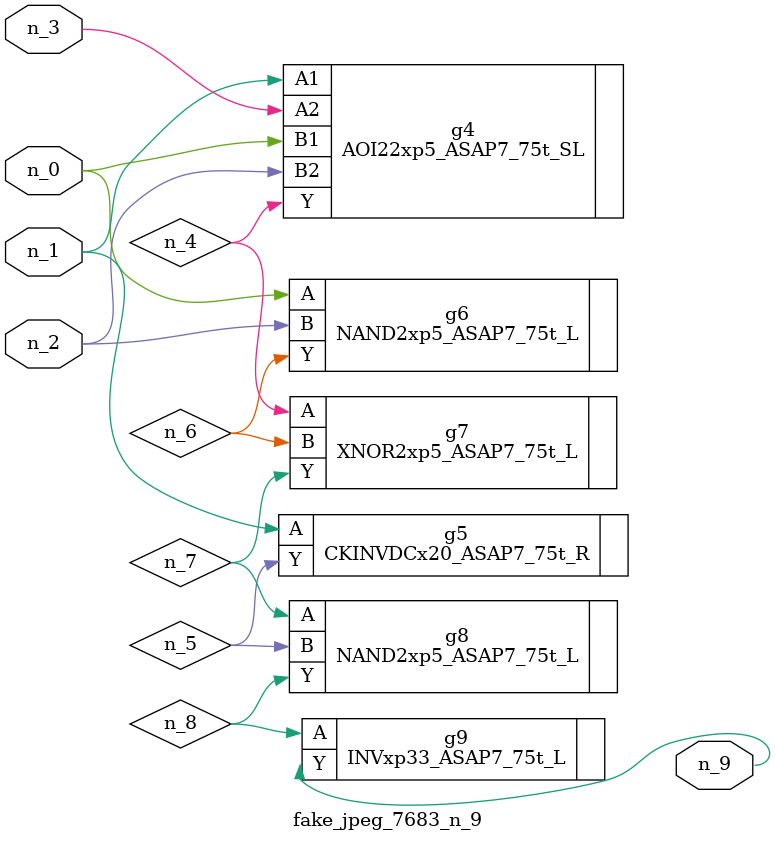
<source format=v>
module fake_jpeg_7683_n_9 (n_0, n_3, n_2, n_1, n_9);

input n_0;
input n_3;
input n_2;
input n_1;

output n_9;

wire n_4;
wire n_8;
wire n_6;
wire n_5;
wire n_7;

AOI22xp5_ASAP7_75t_SL g4 ( 
.A1(n_1),
.A2(n_3),
.B1(n_0),
.B2(n_2),
.Y(n_4)
);

CKINVDCx20_ASAP7_75t_R g5 ( 
.A(n_1),
.Y(n_5)
);

NAND2xp5_ASAP7_75t_L g6 ( 
.A(n_0),
.B(n_2),
.Y(n_6)
);

XNOR2xp5_ASAP7_75t_L g7 ( 
.A(n_4),
.B(n_6),
.Y(n_7)
);

NAND2xp5_ASAP7_75t_L g8 ( 
.A(n_7),
.B(n_5),
.Y(n_8)
);

INVxp33_ASAP7_75t_L g9 ( 
.A(n_8),
.Y(n_9)
);


endmodule
</source>
